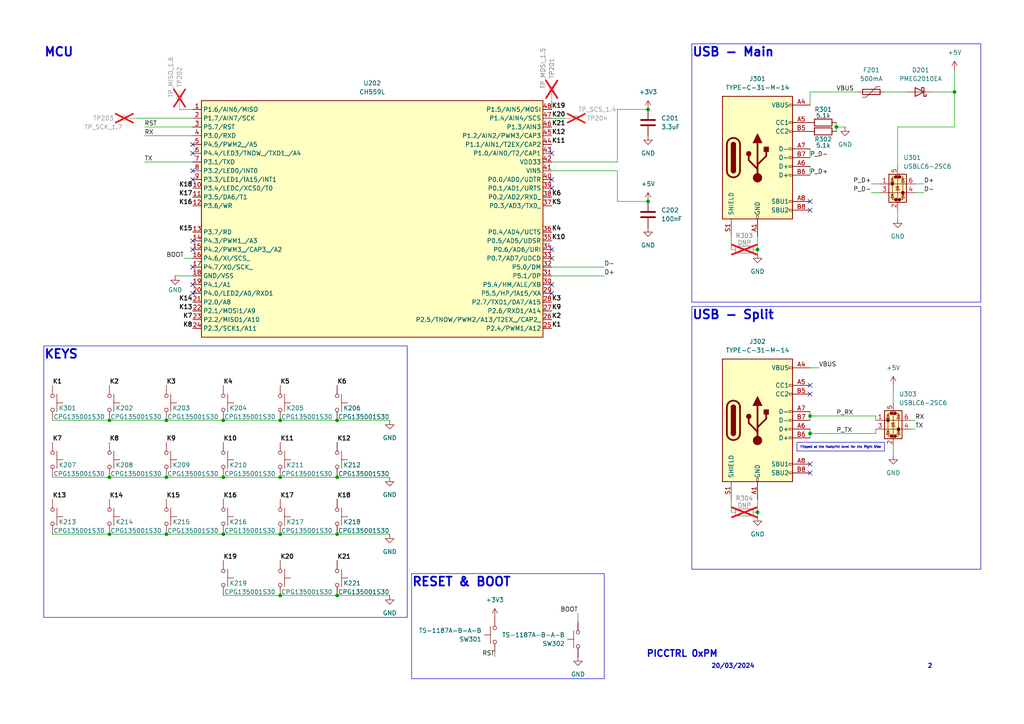
<source format=kicad_sch>
(kicad_sch (version 20231120) (generator "eeschema") (generator_version "8.0")
  (paper "A4")
  (lib_symbols
    (symbol "Connector:TestPoint" (pin_numbers hide) (pin_names (offset 0.762) hide)
      (property "Reference" "TP" (at 0 6.858 0))
      (property "Value" "TestPoint" (at 0 5.08 0))
      (symbol "TestPoint_0_1"
        (circle (center 0 3.302) (radius 0.762))
      )
      (symbol "TestPoint_1_1"
        (pin passive line (at 0 0 90) (length 2.54) (name "1") (number "1"))
      )
    )
    (symbol "Connector:USB_C_Receptacle_USB2.0_16P" (pin_names (offset 1.016))
      (property "Reference" "J" (at 0 22.225 0))
      (property "Value" "USB_C_Receptacle_USB2.0_16P" (at 0 19.685 0))
      (symbol "USB_C_Receptacle_USB2.0_16P_0_0"
        (rectangle (start -0.254 -17.78) (end 0.254 -16.764))
        (rectangle (start 10.16 -14.986) (end 9.144 -15.494))
        (rectangle (start 10.16 -12.446) (end 9.144 -12.954))
        (rectangle (start 10.16 -4.826) (end 9.144 -5.334))
        (rectangle (start 10.16 -2.286) (end 9.144 -2.794))
        (rectangle (start 10.16 0.254) (end 9.144 -0.254))
        (rectangle (start 10.16 2.794) (end 9.144 2.286))
        (rectangle (start 10.16 7.874) (end 9.144 7.366))
        (rectangle (start 10.16 10.414) (end 9.144 9.906))
        (rectangle (start 10.16 15.494) (end 9.144 14.986))
      )
      (symbol "USB_C_Receptacle_USB2.0_16P_0_1"
        (rectangle (start -10.16 17.78) (end 10.16 -17.78) (stroke (width 0.254)) (fill (type background)))
        (arc (start -8.89 -3.81) (mid -6.985 -5.7067) (end -5.08 -3.81) (stroke (width 0.508)))
        (arc (start -7.62 -3.81) (mid -6.985 -4.4423) (end -6.35 -3.81) (stroke (width 0.254)))
        (arc (start -7.62 -3.81) (mid -6.985 -4.4423) (end -6.35 -3.81) (stroke (width 0.254)) (fill (type outline)))
        (rectangle (start -7.62 -3.81) (end -6.35 3.81) (stroke (width 0.254)) (fill (type outline)))
        (arc (start -6.35 3.81) (mid -6.985 4.4423) (end -7.62 3.81) (stroke (width 0.254)))
        (arc (start -6.35 3.81) (mid -6.985 4.4423) (end -7.62 3.81) (stroke (width 0.254)) (fill (type outline)))
        (arc (start -5.08 3.81) (mid -6.985 5.7067) (end -8.89 3.81) (stroke (width 0.508)))
        (circle (center -2.54 1.143) (radius 0.635) (stroke (width 0.254)) (fill (type outline)))
        (circle (center 0 -5.842) (radius 1.27) (fill (type outline)))
        (polyline (pts (xy -8.89 -3.81) (xy -8.89 3.81)) (stroke (width 0.508)))
        (polyline (pts (xy -5.08 3.81) (xy -5.08 -3.81)) (stroke (width 0.508)))
        (polyline (pts (xy 0 -5.842) (xy 0 4.318)) (stroke (width 0.508)))
        (polyline (pts (xy 0 -3.302) (xy -2.54 -0.762) (xy -2.54 0.508)) (stroke (width 0.508)))
        (polyline (pts (xy 0 -2.032) (xy 2.54 0.508) (xy 2.54 1.778)) (stroke (width 0.508)))
        (polyline (pts (xy -1.27 4.318) (xy 0 6.858) (xy 1.27 4.318) (xy -1.27 4.318)) (stroke (width 0.254)) (fill (type outline)))
        (rectangle (start 1.905 1.778) (end 3.175 3.048) (stroke (width 0.254)) (fill (type outline)))
      )
      (symbol "USB_C_Receptacle_USB2.0_16P_1_1"
        (pin passive line (at 0 -22.86 90) (length 5.08) (name "GND") (number "A1"))
        (pin passive line (at 0 -22.86 90) (length 5.08) hide (name "GND") (number "A12"))
        (pin passive line (at 15.24 15.24 180) (length 5.08) (name "VBUS") (number "A4"))
        (pin bidirectional line (at 15.24 10.16 180) (length 5.08) (name "CC1") (number "A5"))
        (pin bidirectional line (at 15.24 -2.54 180) (length 5.08) (name "D+") (number "A6"))
        (pin bidirectional line (at 15.24 2.54 180) (length 5.08) (name "D-") (number "A7"))
        (pin bidirectional line (at 15.24 -12.7 180) (length 5.08) (name "SBU1") (number "A8"))
        (pin passive line (at 15.24 15.24 180) (length 5.08) hide (name "VBUS") (number "A9"))
        (pin passive line (at 0 -22.86 90) (length 5.08) hide (name "GND") (number "B1"))
        (pin passive line (at 0 -22.86 90) (length 5.08) hide (name "GND") (number "B12"))
        (pin passive line (at 15.24 15.24 180) (length 5.08) hide (name "VBUS") (number "B4"))
        (pin bidirectional line (at 15.24 7.62 180) (length 5.08) (name "CC2") (number "B5"))
        (pin bidirectional line (at 15.24 -5.08 180) (length 5.08) (name "D+") (number "B6"))
        (pin bidirectional line (at 15.24 0 180) (length 5.08) (name "D-") (number "B7"))
        (pin bidirectional line (at 15.24 -15.24 180) (length 5.08) (name "SBU2") (number "B8"))
        (pin passive line (at 15.24 15.24 180) (length 5.08) hide (name "VBUS") (number "B9"))
        (pin passive line (at -7.62 -22.86 90) (length 5.08) (name "SHIELD") (number "S1"))
      )
    )
    (symbol "Device:C" (pin_numbers hide) (pin_names (offset 0.254))
      (property "Reference" "C" (at 0.635 2.54 0))
      (property "Value" "C" (at 0.635 -2.54 0))
      (symbol "C_0_1"
        (polyline (pts (xy -2.032 -0.762) (xy 2.032 -0.762)) (stroke (width 0.508)))
        (polyline (pts (xy -2.032 0.762) (xy 2.032 0.762)) (stroke (width 0.508)))
      )
      (symbol "C_1_1"
        (pin passive line (at 0 3.81 270) (length 2.794) (name "~") (number "1"))
        (pin passive line (at 0 -3.81 90) (length 2.794) (name "~") (number "2"))
      )
    )
    (symbol "Device:D_Schottky" (pin_numbers hide) (pin_names (offset 1.016) hide)
      (property "Reference" "D" (at 0 2.54 0))
      (property "Value" "D_Schottky" (at 0 -2.54 0))
      (symbol "D_Schottky_0_1"
        (polyline (pts (xy 1.27 0) (xy -1.27 0)))
        (polyline (pts (xy 1.27 1.27) (xy 1.27 -1.27) (xy -1.27 0) (xy 1.27 1.27)) (stroke (width 0.254)))
        (polyline (pts (xy -1.905 0.635) (xy -1.905 1.27) (xy -1.27 1.27) (xy -1.27 -1.27) (xy -0.635 -1.27) (xy -0.635 -0.635)) (stroke (width 0.254)))
      )
      (symbol "D_Schottky_1_1"
        (pin passive line (at -3.81 0 0) (length 2.54) (name "K") (number "1"))
        (pin passive line (at 3.81 0 180) (length 2.54) (name "A") (number "2"))
      )
    )
    (symbol "Device:Polyfuse" (pin_numbers hide) (pin_names (offset 0))
      (property "Reference" "F" (at -2.54 0 90))
      (property "Value" "Polyfuse" (at 2.54 0 90))
      (symbol "Polyfuse_0_1"
        (rectangle (start -0.762 2.54) (end 0.762 -2.54) (stroke (width 0.254)))
        (polyline (pts (xy 0 2.54) (xy 0 -2.54)))
        (polyline (pts (xy -1.524 2.54) (xy -1.524 1.524) (xy 1.524 -1.524) (xy 1.524 -2.54)))
      )
      (symbol "Polyfuse_1_1"
        (pin passive line (at 0 3.81 270) (length 1.27) (name "~") (number "1"))
        (pin passive line (at 0 -3.81 90) (length 1.27) (name "~") (number "2"))
      )
    )
    (symbol "Device:R" (pin_numbers hide) (pin_names (offset 0))
      (property "Reference" "R" (at 2.032 0 90))
      (property "Value" "R" (at 0 0 90))
      (symbol "R_0_1"
        (rectangle (start -1.016 -2.54) (end 1.016 2.54) (stroke (width 0.254)))
      )
      (symbol "R_1_1"
        (pin passive line (at 0 3.81 270) (length 1.27) (name "~") (number "1"))
        (pin passive line (at 0 -3.81 90) (length 1.27) (name "~") (number "2"))
      )
    )
    (symbol "Power_Protection:USBLC6-2SC6" (pin_names hide)
      (property "Reference" "U" (at 0.635 5.715 0))
      (property "Value" "USBLC6-2SC6" (at 0.635 3.81 0))
      (symbol "USBLC6-2SC6_0_0"
        (circle (center -1.524 0) (radius 0.0001) (stroke (width 0.508)))
        (circle (center -0.508 -4.572) (radius 0.0001) (stroke (width 0.508)))
        (circle (center -0.508 2.032) (radius 0.0001) (stroke (width 0.508)))
        (circle (center 0.508 -4.572) (radius 0.0001) (stroke (width 0.508)))
        (circle (center 0.508 2.032) (radius 0.0001) (stroke (width 0.508)))
        (circle (center 1.524 -2.54) (radius 0.0001) (stroke (width 0.508)))
      )
      (symbol "USBLC6-2SC6_0_1"
        (polyline (pts (xy -2.54 -2.54) (xy 2.54 -2.54)))
        (polyline (pts (xy -2.54 0) (xy 2.54 0)))
        (polyline (pts (xy -2.032 -3.048) (xy -1.016 -3.048)))
        (polyline (pts (xy -1.016 1.524) (xy -2.032 1.524)))
        (polyline (pts (xy 1.016 -3.048) (xy 2.032 -3.048)))
        (polyline (pts (xy 1.016 1.524) (xy 2.032 1.524)))
        (polyline (pts (xy -0.508 -1.143) (xy -0.508 -0.762) (xy 0.508 -0.762)))
        (polyline (pts (xy -2.032 0.508) (xy -1.016 0.508) (xy -1.524 1.524) (xy -2.032 0.508)))
        (polyline (pts (xy -1.016 -4.064) (xy -2.032 -4.064) (xy -1.524 -3.048) (xy -1.016 -4.064)))
        (polyline (pts (xy 0.508 -1.778) (xy -0.508 -1.778) (xy 0 -0.762) (xy 0.508 -1.778)))
        (polyline (pts (xy 2.032 -4.064) (xy 1.016 -4.064) (xy 1.524 -3.048) (xy 2.032 -4.064)))
        (polyline (pts (xy 2.032 0.508) (xy 1.016 0.508) (xy 1.524 1.524) (xy 2.032 0.508)))
        (polyline (pts (xy 0 2.54) (xy -0.508 2.032) (xy 0.508 2.032) (xy 0 1.524) (xy 0 -4.064) (xy -0.508 -4.572) (xy 0.508 -4.572) (xy 0 -5.08)))
      )
      (symbol "USBLC6-2SC6_1_1"
        (rectangle (start -2.54 2.794) (end 2.54 -5.334) (stroke (width 0.254)) (fill (type background)))
        (polyline (pts (xy -0.508 2.032) (xy -1.524 2.032) (xy -1.524 -4.572) (xy -0.508 -4.572)))
        (polyline (pts (xy 0.508 -4.572) (xy 1.524 -4.572) (xy 1.524 2.032) (xy 0.508 2.032)))
        (pin passive line (at -5.08 0 0) (length 2.54) (name "I/O1") (number "1"))
        (pin passive line (at 0 -7.62 90) (length 2.54) (name "GND") (number "2"))
        (pin passive line (at -5.08 -2.54 0) (length 2.54) (name "I/O2") (number "3"))
        (pin passive line (at 5.08 -2.54 180) (length 2.54) (name "I/O2") (number "4"))
        (pin passive line (at 0 5.08 270) (length 2.54) (name "VBUS") (number "5"))
        (pin passive line (at 5.08 0 180) (length 2.54) (name "I/O1") (number "6"))
      )
    )
    (symbol "Switch:SW_Push" (pin_numbers hide) (pin_names (offset 1.016) hide)
      (property "Reference" "SW" (at 1.27 2.54 0))
      (property "Value" "SW_Push" (at 0 -1.524 0))
      (symbol "SW_Push_0_1"
        (circle (center -2.032 0) (radius 0.508))
        (polyline (pts (xy 0 1.27) (xy 0 3.048)))
        (polyline (pts (xy 2.54 1.27) (xy -2.54 1.27)))
        (circle (center 2.032 0) (radius 0.508))
        (pin passive line (at -5.08 0 0) (length 2.54) (name "1") (number "1"))
        (pin passive line (at 5.08 0 180) (length 2.54) (name "2") (number "2"))
      )
    )
    (symbol "picctrl:CH559L"
      (property "Reference" "U" (at 0 0 0))
      (property "Value" "CH559L" (at 0.254 -2.794 0))
      (symbol "CH559L_0_1"
        (rectangle (start -49.53 34.29) (end 49.53 -34.29) (stroke (width 0.254)) (fill (type background)))
      )
      (symbol "CH559L_1_1"
        (pin bidirectional line (at -52.07 31.75 0) (length 2.54) (name "P1.6/AIN6/MISO") (number "1"))
        (pin bidirectional line (at -52.07 8.89 0) (length 2.54) (name "P3.4/LEDC/XCS0/T0") (number "10"))
        (pin bidirectional line (at -52.07 6.35 0) (length 2.54) (name "P3.5/DA6/T1") (number "11"))
        (pin bidirectional line (at -52.07 3.81 0) (length 2.54) (name "P3.6/WR") (number "12"))
        (pin bidirectional line (at -52.07 -3.81 0) (length 2.54) (name "P3.7/RD") (number "13"))
        (pin bidirectional line (at -52.07 -6.35 0) (length 2.54) (name "P4.3/PWM1_/A3") (number "14"))
        (pin bidirectional line (at -52.07 -8.89 0) (length 2.54) (name "P4.2/PWM3_/CAP3_/A2") (number "15"))
        (pin bidirectional line (at -52.07 -11.43 0) (length 2.54) (name "P4.6/XI/SCS_") (number "16"))
        (pin bidirectional line (at -52.07 -13.97 0) (length 2.54) (name "P4.7/XO/SCK_") (number "17"))
        (pin power_in line (at -52.07 -16.51 0) (length 2.54) (name "GND/VSS") (number "18"))
        (pin bidirectional line (at -52.07 -19.05 0) (length 2.54) (name "P4.1/A1") (number "19"))
        (pin bidirectional line (at -52.07 29.21 0) (length 2.54) (name "P1.7/AIN7/SCK") (number "2"))
        (pin bidirectional line (at -52.07 -21.59 0) (length 2.54) (name "P4.0/LED2/A0/RXD1") (number "20"))
        (pin bidirectional line (at -52.07 -24.13 0) (length 2.54) (name "P2.0/A8") (number "21"))
        (pin bidirectional line (at -52.07 -26.67 0) (length 2.54) (name "P2.1/MOSI1/A9") (number "22"))
        (pin bidirectional line (at -52.07 -29.21 0) (length 2.54) (name "P2.2/MISO1/A10") (number "23"))
        (pin bidirectional line (at -52.07 -31.75 0) (length 2.54) (name "P2.3/SCK1/A11") (number "24"))
        (pin bidirectional line (at 52.07 -31.75 180) (length 2.54) (name "P2.4/PWM1/A12") (number "25"))
        (pin bidirectional line (at 52.07 -29.21 180) (length 2.54) (name "P2.5/TNOW/PWM2/A13/T2EX_/CAP2_") (number "26"))
        (pin bidirectional line (at 52.07 -26.67 180) (length 2.54) (name "P2.6/RXD1/A14") (number "27"))
        (pin bidirectional line (at 52.07 -24.13 180) (length 2.54) (name "P2.7/TXD1/DA7/A15") (number "28"))
        (pin bidirectional line (at 52.07 -21.59 180) (length 2.54) (name "P5.5/HP/!A15/XA") (number "29"))
        (pin bidirectional line (at -52.07 26.67 0) (length 2.54) (name "P5.7/RST") (number "3"))
        (pin bidirectional line (at 52.07 -19.05 180) (length 2.54) (name "P5.4/HM/ALE/XB") (number "30"))
        (pin bidirectional line (at 52.07 -16.51 180) (length 2.54) (name "P5.1/DP") (number "31"))
        (pin bidirectional line (at 52.07 -13.97 180) (length 2.54) (name "P5.0/DM") (number "32"))
        (pin bidirectional line (at 52.07 -11.43 180) (length 2.54) (name "P0.7/AD7/UDCD") (number "33"))
        (pin bidirectional line (at 52.07 -8.89 180) (length 2.54) (name "P0.6/AD6/URI") (number "34"))
        (pin bidirectional line (at 52.07 -6.35 180) (length 2.54) (name "P0.5/AD5/UDSR") (number "35"))
        (pin bidirectional line (at 52.07 -3.81 180) (length 2.54) (name "P0.4/AD4/UCTS") (number "36"))
        (pin bidirectional line (at 52.07 3.81 180) (length 2.54) (name "P0.3/AD3/TXD_") (number "37"))
        (pin bidirectional line (at 52.07 6.35 180) (length 2.54) (name "P0.2/AD2/RXD_") (number "38"))
        (pin bidirectional line (at 52.07 8.89 180) (length 2.54) (name "P0.1/AD1/URTS") (number "39"))
        (pin bidirectional line (at -52.07 24.13 0) (length 2.54) (name "P3.0/RXD") (number "4"))
        (pin bidirectional line (at 52.07 11.43 180) (length 2.54) (name "P0.0/AD0/UDTR") (number "40"))
        (pin power_in line (at 52.07 13.97 180) (length 2.54) (name "VIN5") (number "41"))
        (pin power_out line (at 52.07 16.51 180) (length 2.54) (name "VDD33") (number "42"))
        (pin bidirectional line (at 52.07 19.05 180) (length 2.54) (name "P1.0/AIN0/T2/CAP1") (number "43"))
        (pin bidirectional line (at 52.07 21.59 180) (length 2.54) (name "P1.1/AIN1/T2EX/CAP2") (number "44"))
        (pin bidirectional line (at 52.07 24.13 180) (length 2.54) (name "P1.2/AIN2/PWM3/CAP3") (number "45"))
        (pin bidirectional line (at 52.07 26.67 180) (length 2.54) (name "P1.3/AIN3") (number "46"))
        (pin bidirectional line (at 52.07 29.21 180) (length 2.54) (name "P1.4/AIN4/SCS") (number "47"))
        (pin bidirectional line (at 52.07 31.75 180) (length 2.54) (name "P1.5/AIN5/MOSI") (number "48"))
        (pin bidirectional line (at -52.07 21.59 0) (length 2.54) (name "P4.5/PWM2_/A5") (number "5"))
        (pin bidirectional line (at -52.07 19.05 0) (length 2.54) (name "P4.4/LED3/TNOW_/TXD1_/A4") (number "6"))
        (pin bidirectional line (at -52.07 16.51 0) (length 2.54) (name "P3.1/TXD") (number "7"))
        (pin bidirectional line (at -52.07 13.97 0) (length 2.54) (name "P3.2/LED0/INT0") (number "8"))
        (pin bidirectional line (at -52.07 11.43 0) (length 2.54) (name "P3.3/LED1/!A15/INT1") (number "9"))
      )
    )
    (symbol "power:+3V3" (power) (pin_numbers hide) (pin_names (offset 0) hide)
      (property "Value" "+3V3" (at 0 3.556 0))
      (symbol "+3V3_0_1"
        (polyline (pts (xy -0.762 1.27) (xy 0 2.54)))
        (polyline (pts (xy 0 0) (xy 0 2.54)))
        (polyline (pts (xy 0 2.54) (xy 0.762 1.27)))
      )
      (symbol "+3V3_1_1"
        (pin power_in line (at 0 0 90) (length 0) (name "~") (number "1"))
      )
    )
    (symbol "power:+5V" (power) (pin_numbers hide) (pin_names (offset 0) hide)
      (property "Value" "+5V" (at 0 3.556 0))
      (symbol "+5V_0_1"
        (polyline (pts (xy -0.762 1.27) (xy 0 2.54)))
        (polyline (pts (xy 0 0) (xy 0 2.54)))
        (polyline (pts (xy 0 2.54) (xy 0.762 1.27)))
      )
      (symbol "+5V_1_1"
        (pin power_in line (at 0 0 90) (length 0) (name "~") (number "1"))
      )
    )
    (symbol "power:GND" (power) (pin_numbers hide) (pin_names (offset 0) hide)
      (property "Value" "GND" (at 0 -3.81 0))
      (symbol "GND_0_1"
        (polyline (pts (xy 0 0) (xy 0 -1.27) (xy 1.27 -1.27) (xy 0 -2.54) (xy -1.27 -1.27) (xy 0 -1.27)))
      )
      (symbol "GND_1_1"
        (pin power_in line (at 0 0 270) (length 0) (name "~") (number "1"))
      )
    )
  )
  (junction (at 48.26 121.92))
  (junction (at 64.77 121.92))
  (junction (at 97.79 154.94))
  (junction (at 97.79 121.92))
  (junction (at 81.28 154.94))
  (junction (at 48.26 138.43))
  (junction (at 64.77 154.94))
  (junction (at 97.79 172.72))
  (junction (at 81.28 172.72))
  (junction (at 81.28 121.92))
  (junction (at 276.86 26.67))
  (junction (at 234.95 120.65))
  (junction (at 31.75 154.94))
  (junction (at 81.28 138.43))
  (junction (at 48.26 154.94))
  (junction (at 64.77 138.43))
  (junction (at 219.71 72.39))
  (junction (at 187.96 31.75))
  (junction (at 31.75 121.92))
  (junction (at 97.79 138.43))
  (junction (at 31.75 138.43))
  (junction (at 234.95 125.73))
  (junction (at 187.96 58.42))
  (junction (at 242.57 36.83))
  (junction (at 219.71 148.59))
  (no_connect (at 55.88 52.07))
  (no_connect (at 55.88 72.39))
  (no_connect (at 160.02 52.07))
  (no_connect (at 55.88 49.53))
  (no_connect (at 160.02 74.93))
  (no_connect (at 234.95 60.96))
  (no_connect (at 234.95 137.16))
  (no_connect (at 160.02 72.39))
  (no_connect (at 234.95 134.62))
  (no_connect (at 55.88 77.47))
  (no_connect (at 160.02 54.61))
  (no_connect (at 55.88 41.91))
  (no_connect (at 55.88 85.09))
  (no_connect (at 160.02 85.09))
  (no_connect (at 234.95 58.42))
  (no_connect (at 55.88 44.45))
  (no_connect (at 160.02 82.55))
  (no_connect (at 234.95 114.3))
  (no_connect (at 55.88 82.55))
  (no_connect (at 55.88 69.85))
  (no_connect (at 234.95 111.76))
  (no_connect (at 160.02 44.45))
  (wire (pts (xy 252.73 55.88) (xy 255.27 55.88)))
  (wire (pts (xy 48.26 121.92) (xy 64.77 121.92)))
  (wire (pts (xy 160.02 77.47) (xy 175.26 77.47)))
  (wire (pts (xy 15.24 138.43) (xy 31.75 138.43)))
  (wire (pts (xy 50.8 80.01) (xy 55.88 80.01)))
  (wire (pts (xy 163.83 34.29) (xy 160.02 34.29)))
  (wire (pts (xy 219.71 73.66) (xy 219.71 72.39)))
  (wire (pts (xy 265.43 124.46) (xy 264.16 124.46)))
  (wire (pts (xy 160.02 80.01) (xy 175.26 80.01)))
  (wire (pts (xy 81.28 121.92) (xy 97.79 121.92)))
  (wire (pts (xy 259.08 129.54) (xy 259.08 132.08)))
  (wire (pts (xy 179.07 58.42) (xy 179.07 49.53)))
  (wire (pts (xy 267.97 53.34) (xy 265.43 53.34)))
  (wire (pts (xy 97.79 154.94) (xy 113.03 154.94)))
  (wire (pts (xy 41.91 36.83) (xy 55.88 36.83)))
  (wire (pts (xy 31.75 154.94) (xy 48.26 154.94)))
  (wire (pts (xy 15.24 121.92) (xy 31.75 121.92)))
  (wire (pts (xy 260.35 36.83) (xy 260.35 48.26)))
  (wire (pts (xy 64.77 172.72) (xy 81.28 172.72)))
  (wire (pts (xy 143.51 190.5) (xy 143.51 189.23)))
  (wire (pts (xy 234.95 125.73) (xy 254 125.73)))
  (wire (pts (xy 52.07 31.75) (xy 55.88 31.75)))
  (wire (pts (xy 254 120.65) (xy 254 121.92)))
  (wire (pts (xy 48.26 138.43) (xy 64.77 138.43)))
  (wire (pts (xy 160.02 29.21) (xy 160.02 31.75)))
  (wire (pts (xy 270.51 26.67) (xy 276.86 26.67)))
  (wire (pts (xy 234.95 120.65) (xy 254 120.65)))
  (wire (pts (xy 179.07 31.75) (xy 187.96 31.75)))
  (wire (pts (xy 179.07 46.99) (xy 160.02 46.99)))
  (wire (pts (xy 97.79 172.72) (xy 113.03 172.72)))
  (wire (pts (xy 245.11 36.83) (xy 242.57 36.83)))
  (wire (pts (xy 64.77 121.92) (xy 81.28 121.92)))
  (wire (pts (xy 276.86 26.67) (xy 276.86 36.83)))
  (wire (pts (xy 276.86 36.83) (xy 260.35 36.83)))
  (wire (pts (xy 254 125.73) (xy 254 124.46)))
  (wire (pts (xy 234.95 120.65) (xy 234.95 121.92)))
  (wire (pts (xy 48.26 154.94) (xy 64.77 154.94)))
  (wire (pts (xy 252.73 53.34) (xy 255.27 53.34)))
  (wire (pts (xy 242.57 38.1) (xy 242.57 36.83)))
  (wire (pts (xy 276.86 20.32) (xy 276.86 26.67)))
  (wire (pts (xy 212.09 148.59) (xy 212.09 144.78)))
  (wire (pts (xy 179.07 49.53) (xy 160.02 49.53)))
  (wire (pts (xy 39.37 34.29) (xy 55.88 34.29)))
  (wire (pts (xy 41.91 46.99) (xy 55.88 46.99)))
  (wire (pts (xy 242.57 36.83) (xy 242.57 35.56)))
  (wire (pts (xy 97.79 138.43) (xy 113.03 138.43)))
  (wire (pts (xy 31.75 121.92) (xy 48.26 121.92)))
  (wire (pts (xy 234.95 26.67) (xy 248.92 26.67)))
  (wire (pts (xy 179.07 31.75) (xy 179.07 46.99)))
  (wire (pts (xy 212.09 72.39) (xy 212.09 68.58)))
  (wire (pts (xy 97.79 121.92) (xy 113.03 121.92)))
  (wire (pts (xy 41.91 39.37) (xy 55.88 39.37)))
  (wire (pts (xy 64.77 138.43) (xy 81.28 138.43)))
  (wire (pts (xy 31.75 138.43) (xy 48.26 138.43)))
  (wire (pts (xy 64.77 154.94) (xy 81.28 154.94)))
  (wire (pts (xy 15.24 154.94) (xy 31.75 154.94)))
  (wire (pts (xy 234.95 125.73) (xy 234.95 127)))
  (wire (pts (xy 256.54 26.67) (xy 262.89 26.67)))
  (wire (pts (xy 260.35 60.96) (xy 260.35 63.5)))
  (wire (pts (xy 237.49 106.68) (xy 234.95 106.68)))
  (wire (pts (xy 81.28 172.72) (xy 97.79 172.72)))
  (wire (pts (xy 219.71 144.78) (xy 219.71 148.59)))
  (wire (pts (xy 234.95 119.38) (xy 234.95 120.65)))
  (wire (pts (xy 267.97 55.88) (xy 265.43 55.88)))
  (wire (pts (xy 219.71 68.58) (xy 219.71 72.39)))
  (wire (pts (xy 259.08 111.76) (xy 259.08 116.84)))
  (wire (pts (xy 81.28 138.43) (xy 97.79 138.43)))
  (wire (pts (xy 265.43 121.92) (xy 264.16 121.92)))
  (wire (pts (xy 179.07 58.42) (xy 187.96 58.42)))
  (wire (pts (xy 234.95 43.18) (xy 234.95 45.72)))
  (wire (pts (xy 167.64 180.34) (xy 167.64 177.8)))
  (wire (pts (xy 81.28 154.94) (xy 97.79 154.94)))
  (wire (pts (xy 234.95 124.46) (xy 234.95 125.73)))
  (wire (pts (xy 53.34 74.93) (xy 55.88 74.93)))
  (wire (pts (xy 234.95 26.67) (xy 234.95 30.48)))
  (wire (pts (xy 219.71 149.86) (xy 219.71 148.59)))
  (wire (pts (xy 234.95 48.26) (xy 234.95 50.8)))
  (rectangle (start 200.66 88.9) (end 284.48 165.1))
  (rectangle (start 119.38 166.37) (end 175.26 196.85))
  (rectangle (start 200.66 12.7) (end 284.48 87.63))
  (rectangle (start 12.7 100.33) (end 118.11 179.07))
  (text_box "Flipped at the footprint level for the Right Side" (at 231.14 128.27 0) (size 25.4 2.54) (fill (type color)) (effects (font (size 0.635 0.635))))
  (text "MCU" (at 12.7 15.24 0) (effects (font (size 2.54 2.54) (thickness 0.508) (bold yes)) (justify left)))
  (text "KEYS" (at 12.7 102.87 0) (effects (font (size 2.54 2.54) (thickness 0.508) (bold yes)) (justify left)))
  (text "2" (at 269.748 193.294 0) (effects (font (size 1.27 1.27) (bold yes))))
  (text "PICCTRL 0xPM" (at 197.866 189.738 0) (effects (font (size 1.905 1.905) (bold yes))))
  (text "RESET & BOOT" (at 119.38 168.91 0) (effects (font (size 2.54 2.54) (thickness 0.508) (bold yes)) (justify left)))
  (text "USB - Main" (at 200.66 15.24 0) (effects (font (size 2.54 2.54) (thickness 0.508) (bold yes)) (justify left)))
  (text "20/03/2024" (at 212.598 193.294 0) (effects (font (size 1.27 1.27) (bold yes))))
  (text "USB - Split" (at 200.66 91.44 0) (effects (font (size 2.54 2.54) (thickness 0.508) (bold yes)) (justify left)))
  (label "P_D-" (at 252.73 55.88 180))
  (label "K1" (at 160.02 95.25 0) (effects (font (bold yes))))
  (label "K9" (at 48.26 128.27 0) (effects (font (bold yes))))
  (label "RX" (at 41.91 39.37 0))
  (label "VBUS" (at 237.49 106.68 0))
  (label "P_D+" (at 234.95 50.8 0))
  (label "K10" (at 64.77 128.27 0) (effects (font (bold yes))))
  (label "P_RX" (at 242.57 120.65 0))
  (label "K8" (at 55.88 95.25 180) (effects (font (bold yes))))
  (label "K20" (at 81.28 162.56 0) (effects (font (bold yes))))
  (label "K4" (at 160.02 67.31 0) (effects (font (bold yes))))
  (label "D-" (at 267.97 55.88 0))
  (label "VBUS" (at 242.57 26.67 0))
  (label "K19" (at 64.77 162.56 0) (effects (font (bold yes))))
  (label "K21" (at 160.02 36.83 0) (effects (font (bold yes))))
  (label "K13" (at 15.24 144.78 0) (effects (font (bold yes))))
  (label "K11" (at 81.28 128.27 0) (effects (font (bold yes))))
  (label "K7" (at 15.24 128.27 0) (effects (font (bold yes))))
  (label "K13" (at 55.88 90.17 180) (effects (font (bold yes))))
  (label "K6" (at 160.02 57.15 0) (effects (font (bold yes))))
  (label "K12" (at 97.79 128.27 0) (effects (font (bold yes))))
  (label "K14" (at 55.88 87.63 180) (effects (font (bold yes))))
  (label "K16" (at 64.77 144.78 0) (effects (font (bold yes))))
  (label "K3" (at 160.02 87.63 0) (effects (font (bold yes))))
  (label "K14" (at 31.75 144.78 0) (effects (font (bold yes))))
  (label "K2" (at 31.75 111.76 0) (effects (font (bold yes))))
  (label "K20" (at 160.02 34.29 0) (effects (font (bold yes))))
  (label "RST" (at 41.91 36.83 0))
  (label "K21" (at 97.79 162.56 0) (effects (font (bold yes))))
  (label "P_TX" (at 242.57 125.73 0))
  (label "K2" (at 160.02 92.71 0) (effects (font (bold yes))))
  (label "K10" (at 160.02 69.85 0) (effects (font (bold yes))))
  (label "TX" (at 265.43 124.46 0))
  (label "K18" (at 55.88 54.61 180) (effects (font (bold yes))))
  (label "RST" (at 143.51 190.5 180))
  (label "P_D+" (at 252.73 53.34 180))
  (label "D-" (at 175.26 77.47 0))
  (label "BOOT" (at 53.34 74.93 180))
  (label "K8" (at 31.75 128.27 0) (effects (font (bold yes))))
  (label "K11" (at 160.02 41.91 0) (effects (font (bold yes))))
  (label "K5" (at 160.02 59.69 0) (effects (font (bold yes))))
  (label "K1" (at 15.24 111.76 0) (effects (font (bold yes))))
  (label "K17" (at 55.88 57.15 180) (effects (font (bold yes))))
  (label "K9" (at 160.02 90.17 0) (effects (font (bold yes))))
  (label "K3" (at 48.26 111.76 0) (effects (font (bold yes))))
  (label "K16" (at 55.88 59.69 180) (effects (font (bold yes))))
  (label "D+" (at 267.97 53.34 0))
  (label "P_D-" (at 234.95 45.72 0))
  (label "D+" (at 175.26 80.01 0))
  (label "K19" (at 160.02 31.75 0) (effects (font (bold yes))))
  (label "K15" (at 48.26 144.78 0) (effects (font (bold yes))))
  (label "K17" (at 81.28 144.78 0) (effects (font (bold yes))))
  (label "K7" (at 55.88 92.71 180) (effects (font (bold yes))))
  (label "K5" (at 81.28 111.76 0) (effects (font (bold yes))))
  (label "TX" (at 41.91 46.99 0))
  (label "BOOT" (at 167.64 177.8 180))
  (label "K18" (at 97.79 144.78 0) (effects (font (bold yes))))
  (label "K12" (at 160.02 39.37 0) (effects (font (bold yes))))
  (label "K4" (at 64.77 111.76 0) (effects (font (bold yes))))
  (label "K6" (at 97.79 111.76 0) (effects (font (bold yes))))
  (label "RX" (at 265.43 121.92 0))
  (label "K15" (at 55.88 67.31 180) (effects (font (bold yes))))
  (symbol (lib_id "Connector:TestPoint") (at 160.02 29.21 0) (unit 1) (dnp yes)
    (property "Reference" "TP201" (at 160.02 19.812 90))
    (property "Value" "TP_MOSI_1.5" (at 157.48 19.812 90))
    (property "Footprint" "TestPoint:TestPoint_Pad_1.0x1.0mm" (effects (hide yes)))
    (property "Description" "test point" (effects (hide yes)))
    (instances (project "0xLM" (path "" (reference "TP201") (unit 1)) (path "" (reference "TP301") (unit 1))))
  )
  (symbol (lib_id "Switch:SW_Push") (at 31.75 149.86 270) (unit 1)
    (property "Reference" "K214" (at 33.528 151.384 90) (effects (justify left)))
    (property "Value" "CPG135001S30" (at 32.004 153.924 90) (effects (justify left)))
    (property "Footprint" "picctrl:SW_Hotswap_Kailh_Choc_V1_1.00u" (effects (hide yes)))
    (property "Description" "Push button switch, generic, two pins" (effects (hide yes)))
    (property "JLCPCB Part #" "C5333465" (effects (hide yes)))
    (property "JLCPCB Position Offset" "2.5,-4.85" (effects (hide yes)))
    (property "JLCPCB Rotation Offset" "180" (effects (hide yes)))
    (instances (project "0xLM" (path "" (reference "K214") (unit 1)) (path "" (reference "K314") (unit 1))))
  )
  (symbol (lib_id "Switch:SW_Push") (at 31.75 116.84 270) (unit 1)
    (property "Reference" "K202" (at 33.528 118.364 90) (effects (justify left)))
    (property "Value" "CPG135001S30" (at 32.004 120.904 90) (effects (justify left)))
    (property "Footprint" "picctrl:SW_Hotswap_Kailh_Choc_V1_1.00u" (effects (hide yes)))
    (property "Description" "Push button switch, generic, two pins" (effects (hide yes)))
    (property "JLCPCB Part #" "C5333465" (effects (hide yes)))
    (property "JLCPCB Position Offset" "2.5,-4.85" (effects (hide yes)))
    (property "JLCPCB Rotation Offset" "180" (effects (hide yes)))
    (instances (project "0xLM" (path "" (reference "K202") (unit 1)) (path "" (reference "K302") (unit 1))))
  )
  (symbol (lib_id "power:GND") (at 187.96 39.37 0) (unit 1)
    (property "Reference" "#PWR0204" (effects (hide yes)))
    (property "Value" "GND" (at 187.96 44.45 0))
    (property "Description" "Power symbol creates a global label with name \"GND\" , ground" (effects (hide yes)))
    (instances (project "0xLM" (path "" (reference "#PWR0204") (unit 1)) (path "" (reference "#PWR0304") (unit 1))))
  )
  (symbol (lib_id "power:+5V") (at 259.08 111.76 0) (unit 1)
    (property "Reference" "#PWR0310" (effects (hide yes)))
    (property "Value" "+5V" (at 259.08 106.68 0))
    (property "Description" "Power symbol creates a global label with name \"+5V\"" (effects (hide yes)))
    (instances (project "0xLM" (path "" (reference "#PWR0310") (unit 1)) (path "" (reference "#PWR0210") (unit 1))))
  )
  (symbol (lib_id "Device:D_Schottky") (at 266.7 26.67 180) (unit 1)
    (property "Reference" "D201" (at 267.0175 20.32 0))
    (property "Value" "PMEG2010EA" (at 267.0175 22.86 0))
    (property "Footprint" "Diode_SMD:D_SOD-323" (effects (hide yes)))
    (property "Description" "Schottky diode" (effects (hide yes)))
    (property "JLCPCB Part #" "C193668" (effects (hide yes)))
    (instances (project "0xLM" (path "" (reference "D201") (unit 1)) (path "" (reference "D301") (unit 1))))
  )
  (symbol (lib_id "Switch:SW_Push") (at 64.77 149.86 270) (unit 1)
    (property "Reference" "K216" (at 66.548 151.384 90) (effects (justify left)))
    (property "Value" "CPG135001S30" (at 65.024 153.924 90) (effects (justify left)))
    (property "Footprint" "picctrl:SW_Hotswap_Kailh_Choc_V1_1.00u" (effects (hide yes)))
    (property "Description" "Push button switch, generic, two pins" (effects (hide yes)))
    (property "JLCPCB Part #" "C5333465" (effects (hide yes)))
    (property "JLCPCB Position Offset" "2.5,-4.85" (effects (hide yes)))
    (property "JLCPCB Rotation Offset" "180" (effects (hide yes)))
    (instances (project "0xLM" (path "" (reference "K216") (unit 1)) (path "" (reference "K316") (unit 1))))
  )
  (symbol (lib_id "Connector:USB_C_Receptacle_USB2.0_16P") (at 219.71 121.92 0) (unit 1)
    (property "Reference" "J302" (at 219.71 99.06 0))
    (property "Value" "TYPE-C-31-M-14" (at 219.71 101.6 0))
    (property "Footprint" "picctrl:TYPE-C-31-M-14" (effects (hide yes)))
    (property "Datasheet" "https://www.usb.org/sites/default/files/documents/usb_type-c.zip" (effects (hide yes)))
    (property "Description" "USB 2.0-only 16P Type-C Receptacle connector" (effects (hide yes)))
    (property "JLCPCB Position Offset" "0,1.8" (effects (hide yes)))
    (property "JLCPCB Part #" "C223907" (effects (hide yes)))
    (instances (project "0xLM" (path "" (reference "J302") (unit 1)) (path "" (reference "J202") (unit 1))))
  )
  (symbol (lib_id "Switch:SW_Push") (at 167.64 185.42 90) (unit 1)
    (property "Reference" "SW302" (at 163.83 186.6901 90) (effects (justify left)))
    (property "Value" "TS-1187A-B-A-B" (at 163.83 184.1501 90) (effects (justify left)))
    (property "Footprint" "Button_Switch_SMD:SW_Push_1P1T_XKB_TS-1187A" (effects (hide yes)))
    (property "Description" "Push button switch, generic, two pins" (effects (hide yes)))
    (instances (project "0xLM" (path "" (reference "SW302") (unit 1)) (path "" (reference "SW202") (unit 1))))
  )
  (symbol (lib_id "Switch:SW_Push") (at 15.24 116.84 270) (unit 1)
    (property "Reference" "K301" (at 17.018 118.364 90) (effects (justify left)))
    (property "Value" "CPG135001S30" (at 15.494 120.904 90) (effects (justify left)))
    (property "Footprint" "picctrl:SW_Hotswap_Kailh_Choc_V1_1.00u" (effects (hide yes)))
    (property "Description" "Push button switch, generic, two pins" (effects (hide yes)))
    (property "JLCPCB Rotation Offset" "180" (effects (hide yes)))
    (property "JLCPCB Position Offset" "2.5,-4.85" (effects (hide yes)))
    (property "JLCPCB Part #" "C5333465" (effects (hide yes)))
    (instances (project "0xLM" (path "" (reference "K301") (unit 1)) (path "" (reference "K201") (unit 1))))
  )
  (symbol (lib_id "Switch:SW_Push") (at 81.28 167.64 270) (unit 1)
    (property "Reference" "K220" (effects (hide yes)))
    (property "Value" "CPG135001S30" (at 81.534 171.704 90) (effects (justify left)))
    (property "Footprint" "picctrl:SW_Hotswap_Kailh_Choc_V1_1.00u" (effects (hide yes)))
    (property "Description" "Push button switch, generic, two pins" (effects (hide yes)))
    (property "JLCPCB Part #" "C5333465" (effects (hide yes)))
    (property "JLCPCB Position Offset" "2.5,-4.85" (effects (hide yes)))
    (property "JLCPCB Rotation Offset" "180" (effects (hide yes)))
    (instances (project "0xLM" (path "" (reference "K220") (unit 1)) (path "" (reference "K320") (unit 1))))
  )
  (symbol (lib_id "Connector:USB_C_Receptacle_USB2.0_16P") (at 219.71 45.72 0) (unit 1)
    (property "Reference" "J301" (at 219.71 22.86 0))
    (property "Value" "TYPE-C-31-M-14" (at 219.71 25.4 0))
    (property "Footprint" "picctrl:TYPE-C-31-M-14" (effects (hide yes)))
    (property "Datasheet" "https://www.usb.org/sites/default/files/documents/usb_type-c.zip" (effects (hide yes)))
    (property "Description" "USB 2.0-only 16P Type-C Receptacle connector" (effects (hide yes)))
    (property "JLCPCB Position Offset" "0,1.8" (effects (hide yes)))
    (property "JLCPCB Part #" "C223907" (effects (hide yes)))
    (instances (project "0xLM" (path "" (reference "J301") (unit 1)) (path "" (reference "J201") (unit 1))))
  )
  (symbol (lib_id "power:GND") (at 260.35 63.5 0) (unit 1)
    (property "Reference" "#PWR0306" (effects (hide yes)))
    (property "Value" "GND" (at 260.35 68.58 0))
    (property "Description" "Power symbol creates a global label with name \"GND\" , ground" (effects (hide yes)))
    (instances (project "0xLM" (path "" (reference "#PWR0306") (unit 1)) (path "" (reference "#PWR0206") (unit 1))))
  )
  (symbol (lib_id "Device:R") (at 238.76 38.1 270) (unit 1)
    (property "Reference" "R302" (at 238.76 40.386 90))
    (property "Value" "5.1k" (at 238.76 42.164 90))
    (property "Footprint" "Resistor_SMD:R_0805_2012Metric_Pad1.20x1.40mm_HandSolder" (effects (hide yes)))
    (property "Description" "Resistor" (effects (hide yes)))
    (instances (project "0xLM" (path "" (reference "R302") (unit 1)) (path "" (reference "R202") (unit 1))))
  )
  (symbol (lib_id "Switch:SW_Push") (at 97.79 149.86 270) (unit 1)
    (property "Reference" "K218" (at 99.568 151.384 90) (effects (justify left)))
    (property "Value" "CPG135001S30" (at 98.044 153.924 90) (effects (justify left)))
    (property "Footprint" "picctrl:SW_Hotswap_Kailh_Choc_V1_1.00u" (effects (hide yes)))
    (property "Description" "Push button switch, generic, two pins" (effects (hide yes)))
    (property "JLCPCB Part #" "C5333465" (effects (hide yes)))
    (property "JLCPCB Position Offset" "2.5,-4.85" (effects (hide yes)))
    (property "JLCPCB Rotation Offset" "180" (effects (hide yes)))
    (instances (project "0xLM" (path "" (reference "K218") (unit 1)) (path "" (reference "K318") (unit 1))))
  )
  (symbol (lib_id "Switch:SW_Push") (at 15.24 149.86 270) (unit 1)
    (property "Reference" "K213" (at 17.018 151.384 90) (effects (justify left)))
    (property "Value" "CPG135001S30" (at 15.494 153.924 90) (effects (justify left)))
    (property "Footprint" "picctrl:SW_Hotswap_Kailh_Choc_V1_1.00u" (effects (hide yes)))
    (property "Description" "Push button switch, generic, two pins" (effects (hide yes)))
    (property "JLCPCB Part #" "C5333465" (effects (hide yes)))
    (property "JLCPCB Position Offset" "2.5,-4.85" (effects (hide yes)))
    (property "JLCPCB Rotation Offset" "180" (effects (hide yes)))
    (instances (project "0xLM" (path "" (reference "K213") (unit 1)) (path "" (reference "K313") (unit 1))))
  )
  (symbol (lib_id "Device:R") (at 215.9 72.39 90) (unit 1) (dnp yes)
    (property "Reference" "R303" (at 215.9 68.326 90))
    (property "Value" "DNP" (at 215.9 70.358 90))
    (property "Footprint" "Resistor_SMD:R_0805_2012Metric_Pad1.20x1.40mm_HandSolder" (effects (hide yes)))
    (property "Description" "Resistor" (effects (hide yes)))
    (instances (project "0xLM" (path "" (reference "R303") (unit 1)) (path "" (reference "R203") (unit 1))))
  )
  (symbol (lib_id "power:+3V3") (at 143.51 179.07 0) (unit 1)
    (property "Reference" "#PWR0217" (effects (hide yes)))
    (property "Value" "+3V3" (at 143.51 173.99 0))
    (property "Description" "Power symbol creates a global label with name \"+3V3\"" (effects (hide yes)))
    (instances (project "0xLM" (path "" (reference "#PWR0217") (unit 1)) (path "" (reference "#PWR0317") (unit 1))))
  )
  (symbol (lib_id "picctrl:CH559L") (at 107.95 63.5 0) (unit 1)
    (property "Reference" "U202" (at 107.95 24.13 0))
    (property "Value" "CH559L" (at 107.95 26.67 0))
    (property "Footprint" "Package_QFP:LQFP-48_7x7mm_P0.5mm" (effects (hide yes)))
    (property "Datasheet" "https://www.wch-ic.com/products/CH32X035.html" (effects (hide yes)))
    (instances (project "0xLM" (path "" (reference "U202") (unit 1)) (path "" (reference "U302") (unit 1))))
  )
  (symbol (lib_id "power:GND") (at 259.08 132.08 0) (unit 1)
    (property "Reference" "#PWR0312" (effects (hide yes)))
    (property "Value" "GND" (at 259.08 137.16 0))
    (property "Description" "Power symbol creates a global label with name \"GND\" , ground" (effects (hide yes)))
    (instances (project "0xLM" (path "" (reference "#PWR0312") (unit 1)) (path "" (reference "#PWR0212") (unit 1))))
  )
  (symbol (lib_id "Switch:SW_Push") (at 64.77 167.64 270) (unit 1)
    (property "Reference" "K219" (at 66.548 169.164 90) (effects (justify left)))
    (property "Value" "CPG135001S30" (at 65.024 171.704 90) (effects (justify left)))
    (property "Footprint" "picctrl:SW_Hotswap_Kailh_Choc_V1_1.00u" (effects (hide yes)))
    (property "Description" "Push button switch, generic, two pins" (effects (hide yes)))
    (property "JLCPCB Part #" "C5333465" (effects (hide yes)))
    (property "JLCPCB Position Offset" "2.5,-4.85" (effects (hide yes)))
    (property "JLCPCB Rotation Offset" "180" (effects (hide yes)))
    (instances (project "0xLM" (path "" (reference "K219") (unit 1)) (path "" (reference "K319") (unit 1))))
  )
  (symbol (lib_id "power:GND") (at 187.96 66.04 0) (unit 1)
    (property "Reference" "#PWR0207" (effects (hide yes)))
    (property "Value" "GND" (at 187.96 71.12 0))
    (property "Description" "Power symbol creates a global label with name \"GND\" , ground" (effects (hide yes)))
    (instances (project "0xLM" (path "" (reference "#PWR0207") (unit 1)) (path "" (reference "#PWR0307") (unit 1))))
  )
  (symbol (lib_id "power:GND") (at 113.03 138.43 0) (unit 1)
    (property "Reference" "#PWR0213" (effects (hide yes)))
    (property "Value" "GND" (at 113.03 143.51 0))
    (property "Description" "Power symbol creates a global label with name \"GND\" , ground" (effects (hide yes)))
    (instances (project "0xLM" (path "" (reference "#PWR0213") (unit 1)) (path "" (reference "#PWR0313") (unit 1))))
  )
  (symbol (lib_id "Power_Protection:USBLC6-2SC6") (at 260.35 53.34 0) (unit 1)
    (property "Reference" "U301" (at 262.0011 45.72 0) (effects (justify left)))
    (property "Value" "USBLC6-2SC6" (at 262.0011 48.26 0) (effects (justify left)))
    (property "Footprint" "Package_TO_SOT_SMD:SOT-23-6" (effects (hide yes)))
    (property "Datasheet" "https://www.st.com/resource/en/datasheet/usblc6-2.pdf" (effects (hide yes)))
    (property "Description" "Very low capacitance ESD protection diode, 2 data-line, SOT-23-6" (effects (hide yes)))
    (property "JLCPCB Rotation Offset" "90" (effects (hide yes)))
    (instances (project "0xLM" (path "" (reference "U301") (unit 1)) (path "" (reference "U201") (unit 1))))
  )
  (symbol (lib_id "power:GND") (at 113.03 172.72 0) (unit 1)
    (property "Reference" "#PWR0216" (effects (hide yes)))
    (property "Value" "GND" (at 113.03 177.8 0))
    (property "Description" "Power symbol creates a global label with name \"GND\" , ground" (effects (hide yes)))
    (instances (project "0xLM" (path "" (reference "#PWR0216") (unit 1)) (path "" (reference "#PWR0316") (unit 1))))
  )
  (symbol (lib_id "Switch:SW_Push") (at 97.79 116.84 270) (unit 1)
    (property "Reference" "K206" (at 99.568 118.364 90) (effects (justify left)))
    (property "Value" "CPG135001S30" (at 98.044 120.904 90) (effects (justify left)))
    (property "Footprint" "picctrl:SW_Hotswap_Kailh_Choc_V1_1.00u" (effects (hide yes)))
    (property "Description" "Push button switch, generic, two pins" (effects (hide yes)))
    (property "JLCPCB Part #" "C5333465" (effects (hide yes)))
    (property "JLCPCB Position Offset" "2.5,-4.85" (effects (hide yes)))
    (property "JLCPCB Rotation Offset" "180" (effects (hide yes)))
    (instances (project "0xLM" (path "" (reference "K206") (unit 1)) (path "" (reference "K306") (unit 1))))
  )
  (symbol (lib_id "power:GND") (at 113.03 121.92 0) (unit 1)
    (property "Reference" "#PWR0311" (effects (hide yes)))
    (property "Value" "GND" (at 113.03 127 0))
    (property "Description" "Power symbol creates a global label with name \"GND\" , ground" (effects (hide yes)))
    (instances (project "0xLM" (path "" (reference "#PWR0311") (unit 1)) (path "" (reference "#PWR0211") (unit 1))))
  )
  (symbol (lib_id "Switch:SW_Push") (at 143.51 184.15 90) (unit 1)
    (property "Reference" "SW301" (at 139.7 185.4201 90) (effects (justify left)))
    (property "Value" "TS-1187A-B-A-B" (at 139.7 182.8801 90) (effects (justify left)))
    (property "Footprint" "Button_Switch_SMD:SW_Push_1P1T_XKB_TS-1187A" (effects (hide yes)))
    (property "Description" "Push button switch, generic, two pins" (effects (hide yes)))
    (instances (project "0xLM" (path "" (reference "SW301") (unit 1)) (path "" (reference "SW201") (unit 1))))
  )
  (symbol (lib_id "Device:Polyfuse") (at 252.73 26.67 270) (unit 1)
    (property "Reference" "F201" (at 252.73 20.32 90))
    (property "Value" "500mA" (at 252.73 22.86 90))
    (property "Footprint" "Fuse:Fuse_0805_2012Metric_Pad1.15x1.40mm_HandSolder" (effects (hide yes)))
    (property "Description" "Resettable fuse, polymeric positive temperature coefficient" (effects (hide yes)))
    (property "JLCPCB Part #" "C311055" (effects (hide yes)))
    (instances (project "0xLM" (path "" (reference "F201") (unit 1)) (path "" (reference "F301") (unit 1))))
  )
  (symbol (lib_id "power:GND") (at 50.8 80.01 0) (unit 1)
    (property "Reference" "#PWR0309" (effects (hide yes)))
    (property "Value" "GND" (at 50.8 84.074 0))
    (property "Description" "Power symbol creates a global label with name \"GND\" , ground" (effects (hide yes)))
    (instances (project "0xLM" (path "" (reference "#PWR0309") (unit 1)) (path "" (reference "#PWR0209") (unit 1))))
  )
  (symbol (lib_id "Connector:TestPoint") (at 52.07 31.75 0) (unit 1) (dnp yes)
    (property "Reference" "TP202" (at 52.07 22.352 90))
    (property "Value" "TP_MISO_1.6" (at 49.53 22.352 90))
    (property "Footprint" "TestPoint:TestPoint_Pad_1.0x1.0mm" (effects (hide yes)))
    (property "Description" "test point" (effects (hide yes)))
    (instances (project "0xLM" (path "" (reference "TP202") (unit 1)) (path "" (reference "TP302") (unit 1))))
  )
  (symbol (lib_id "power:+3V3") (at 187.96 31.75 0) (unit 1)
    (property "Reference" "#PWR0202" (effects (hide yes)))
    (property "Value" "+3V3" (at 187.96 26.67 0))
    (property "Description" "Power symbol creates a global label with name \"+3V3\"" (effects (hide yes)))
    (instances (project "0xLM" (path "" (reference "#PWR0202") (unit 1)) (path "" (reference "#PWR0302") (unit 1))))
  )
  (symbol (lib_id "Switch:SW_Push") (at 97.79 167.64 270) (unit 1)
    (property "Reference" "K221" (at 99.568 169.164 90) (effects (justify left)))
    (property "Value" "CPG135001S30" (at 98.044 171.704 90) (effects (justify left)))
    (property "Footprint" "picctrl:SW_Hotswap_Kailh_Choc_V1_1.00u" (effects (hide yes)))
    (property "Description" "Push button switch, generic, two pins" (effects (hide yes)))
    (property "JLCPCB Part #" "C5333465" (effects (hide yes)))
    (property "JLCPCB Position Offset" "2.5,-4.85" (effects (hide yes)))
    (property "JLCPCB Rotation Offset" "180" (effects (hide yes)))
    (instances (project "0xLM" (path "" (reference "K221") (unit 1)) (path "" (reference "K321") (unit 1))))
  )
  (symbol (lib_id "Switch:SW_Push") (at 48.26 116.84 270) (unit 1)
    (property "Reference" "K203" (at 50.038 118.364 90) (effects (justify left)))
    (property "Value" "CPG135001S30" (at 48.514 120.904 90) (effects (justify left)))
    (property "Footprint" "picctrl:SW_Hotswap_Kailh_Choc_V1_1.00u" (effects (hide yes)))
    (property "Description" "Push button switch, generic, two pins" (effects (hide yes)))
    (property "JLCPCB Part #" "C5333465" (effects (hide yes)))
    (property "JLCPCB Position Offset" "2.5,-4.85" (effects (hide yes)))
    (property "JLCPCB Rotation Offset" "180" (effects (hide yes)))
    (instances (project "0xLM" (path "" (reference "K203") (unit 1)) (path "" (reference "K303") (unit 1))))
  )
  (symbol (lib_id "Switch:SW_Push") (at 15.24 133.35 270) (unit 1)
    (property "Reference" "K207" (at 17.018 134.874 90) (effects (justify left)))
    (property "Value" "CPG135001S30" (at 15.494 137.414 90) (effects (justify left)))
    (property "Footprint" "picctrl:SW_Hotswap_Kailh_Choc_V1_1.00u" (effects (hide yes)))
    (property "Description" "Push button switch, generic, two pins" (effects (hide yes)))
    (property "JLCPCB Part #" "C5333465" (effects (hide yes)))
    (property "JLCPCB Position Offset" "2.5,-4.85" (effects (hide yes)))
    (property "JLCPCB Rotation Offset" "180" (effects (hide yes)))
    (instances (project "0xLM" (path "" (reference "K207") (unit 1)) (path "" (reference "K307") (unit 1))))
  )
  (symbol (lib_id "power:GND") (at 219.71 149.86 0) (unit 1)
    (property "Reference" "#PWR0314" (effects (hide yes)))
    (property "Value" "GND" (at 219.71 154.94 0))
    (property "Description" "Power symbol creates a global label with name \"GND\" , ground" (effects (hide yes)))
    (instances (project "0xLM" (path "" (reference "#PWR0314") (unit 1)) (path "" (reference "#PWR0214") (unit 1))))
  )
  (symbol (lib_id "Switch:SW_Push") (at 48.26 133.35 270) (unit 1)
    (property "Reference" "K209" (at 50.038 134.874 90) (effects (justify left)))
    (property "Value" "CPG135001S30" (at 48.514 137.414 90) (effects (justify left)))
    (property "Footprint" "picctrl:SW_Hotswap_Kailh_Choc_V1_1.00u" (effects (hide yes)))
    (property "Description" "Push button switch, generic, two pins" (effects (hide yes)))
    (property "JLCPCB Part #" "C5333465" (effects (hide yes)))
    (property "JLCPCB Position Offset" "2.5,-4.85" (effects (hide yes)))
    (property "JLCPCB Rotation Offset" "180" (effects (hide yes)))
    (instances (project "0xLM" (path "" (reference "K209") (unit 1)) (path "" (reference "K309") (unit 1))))
  )
  (symbol (lib_id "Switch:SW_Push") (at 81.28 133.35 270) (unit 1)
    (property "Reference" "K211" (at 83.058 134.874 90) (effects (justify left)))
    (property "Value" "CPG135001S30" (at 81.534 137.414 90) (effects (justify left)))
    (property "Footprint" "picctrl:SW_Hotswap_Kailh_Choc_V1_1.00u" (effects (hide yes)))
    (property "Description" "Push button switch, generic, two pins" (effects (hide yes)))
    (property "JLCPCB Part #" "C5333465" (effects (hide yes)))
    (property "JLCPCB Position Offset" "2.5,-4.85" (effects (hide yes)))
    (property "JLCPCB Rotation Offset" "180" (effects (hide yes)))
    (instances (project "0xLM" (path "" (reference "K211") (unit 1)) (path "" (reference "K311") (unit 1))))
  )
  (symbol (lib_id "power:GND") (at 113.03 154.94 0) (unit 1)
    (property "Reference" "#PWR0215" (effects (hide yes)))
    (property "Value" "GND" (at 113.03 160.02 0))
    (property "Description" "Power symbol creates a global label with name \"GND\" , ground" (effects (hide yes)))
    (instances (project "0xLM" (path "" (reference "#PWR0215") (unit 1)) (path "" (reference "#PWR0315") (unit 1))))
  )
  (symbol (lib_id "Device:R") (at 215.9 148.59 90) (unit 1) (dnp yes)
    (property "Reference" "R304" (at 215.9 144.526 90))
    (property "Value" "DNP" (at 215.9 146.558 90))
    (property "Footprint" "Resistor_SMD:R_0805_2012Metric_Pad1.20x1.40mm_HandSolder" (effects (hide yes)))
    (property "Description" "Resistor" (effects (hide yes)))
    (instances (project "0xLM" (path "" (reference "R304") (unit 1)) (path "" (reference "R204") (unit 1))))
  )
  (symbol (lib_id "Switch:SW_Push") (at 81.28 149.86 270) (unit 1)
    (property "Reference" "K217" (at 83.058 151.384 90) (effects (justify left)))
    (property "Value" "CPG135001S30" (at 81.534 153.924 90) (effects (justify left)))
    (property "Footprint" "picctrl:SW_Hotswap_Kailh_Choc_V1_1.00u" (effects (hide yes)))
    (property "Description" "Push button switch, generic, two pins" (effects (hide yes)))
    (property "JLCPCB Part #" "C5333465" (effects (hide yes)))
    (property "JLCPCB Position Offset" "2.5,-4.85" (effects (hide yes)))
    (property "JLCPCB Rotation Offset" "180" (effects (hide yes)))
    (instances (project "0xLM" (path "" (reference "K217") (unit 1)) (path "" (reference "K317") (unit 1))))
  )
  (symbol (lib_id "Switch:SW_Push") (at 64.77 116.84 270) (unit 1)
    (property "Reference" "K204" (at 66.548 118.364 90) (effects (justify left)))
    (property "Value" "CPG135001S30" (at 65.024 120.904 90) (effects (justify left)))
    (property "Footprint" "picctrl:SW_Hotswap_Kailh_Choc_V1_1.00u" (effects (hide yes)))
    (property "Description" "Push button switch, generic, two pins" (effects (hide yes)))
    (property "JLCPCB Part #" "C5333465" (effects (hide yes)))
    (property "JLCPCB Position Offset" "2.5,-4.85" (effects (hide yes)))
    (property "JLCPCB Rotation Offset" "180" (effects (hide yes)))
    (instances (project "0xLM" (path "" (reference "K204") (unit 1)) (path "" (reference "K304") (unit 1))))
  )
  (symbol (lib_id "power:+5V") (at 187.96 58.42 0) (unit 1)
    (property "Reference" "#PWR0305" (effects (hide yes)))
    (property "Value" "+5V" (at 187.96 53.34 0))
    (property "Description" "Power symbol creates a global label with name \"+5V\"" (effects (hide yes)))
    (instances (project "0xLM" (path "" (reference "#PWR0305") (unit 1)) (path "" (reference "#PWR0205") (unit 1))))
  )
  (symbol (lib_id "Connector:TestPoint") (at 163.83 34.29 270) (unit 1) (dnp yes)
    (property "Reference" "TP204" (at 173.228 34.29 90))
    (property "Value" "TP_SCS_1.4" (at 173.228 31.75 90))
    (property "Footprint" "TestPoint:TestPoint_Pad_1.0x1.0mm" (effects (hide yes)))
    (property "Description" "test point" (effects (hide yes)))
    (instances (project "0xLM" (path "" (reference "TP204") (unit 1)) (path "" (reference "TP304") (unit 1))))
  )
  (symbol (lib_id "power:GND") (at 245.11 36.83 0) (unit 1)
    (property "Reference" "#PWR0303" (effects (hide yes)))
    (property "Value" "GND" (at 245.11 41.91 0))
    (property "Description" "Power symbol creates a global label with name \"GND\" , ground" (effects (hide yes)))
    (instances (project "0xLM" (path "" (reference "#PWR0303") (unit 1)) (path "" (reference "#PWR0203") (unit 1))))
  )
  (symbol (lib_id "Device:R") (at 238.76 35.56 90) (unit 1)
    (property "Reference" "R301" (at 238.76 31.75 90))
    (property "Value" "5.1k" (at 238.76 33.528 90))
    (property "Footprint" "Resistor_SMD:R_0805_2012Metric_Pad1.20x1.40mm_HandSolder" (effects (hide yes)))
    (property "Description" "Resistor" (effects (hide yes)))
    (instances (project "0xLM" (path "" (reference "R301") (unit 1)) (path "" (reference "R201") (unit 1))))
  )
  (symbol (lib_id "Device:C") (at 187.96 35.56 0) (unit 1)
    (property "Reference" "C201" (at 191.77 34.2899 0) (effects (justify left)))
    (property "Value" "3.3uF" (at 191.77 36.8299 0) (effects (justify left)))
    (property "Footprint" "Capacitor_SMD:C_0805_2012Metric_Pad1.18x1.45mm_HandSolder" (effects (hide yes)))
    (property "Description" "Unpolarized capacitor" (effects (hide yes)))
    (instances (project "0xLM" (path "" (reference "C201") (unit 1)) (path "" (reference "C301") (unit 1))))
  )
  (symbol (lib_id "Switch:SW_Push") (at 31.75 133.35 270) (unit 1)
    (property "Reference" "K208" (at 33.528 134.874 90) (effects (justify left)))
    (property "Value" "CPG135001S30" (at 32.004 137.414 90) (effects (justify left)))
    (property "Footprint" "picctrl:SW_Hotswap_Kailh_Choc_V1_1.00u" (effects (hide yes)))
    (property "Description" "Push button switch, generic, two pins" (effects (hide yes)))
    (property "JLCPCB Part #" "C5333465" (effects (hide yes)))
    (property "JLCPCB Position Offset" "2.5,-4.85" (effects (hide yes)))
    (property "JLCPCB Rotation Offset" "180" (effects (hide yes)))
    (instances (project "0xLM" (path "" (reference "K208") (unit 1)) (path "" (reference "K308") (unit 1))))
  )
  (symbol (lib_id "power:GND") (at 219.71 73.66 0) (unit 1)
    (property "Reference" "#PWR0308" (effects (hide yes)))
    (property "Value" "GND" (at 219.71 78.74 0))
    (property "Description" "Power symbol creates a global label with name \"GND\" , ground" (effects (hide yes)))
    (instances (project "0xLM" (path "" (reference "#PWR0308") (unit 1)) (path "" (reference "#PWR0208") (unit 1))))
  )
  (symbol (lib_id "Switch:SW_Push") (at 48.26 149.86 270) (unit 1)
    (property "Reference" "K215" (at 50.038 151.384 90) (effects (justify left)))
    (property "Value" "CPG135001S30" (at 48.514 153.924 90) (effects (justify left)))
    (property "Footprint" "picctrl:SW_Hotswap_Kailh_Choc_V1_1.00u" (effects (hide yes)))
    (property "Description" "Push button switch, generic, two pins" (effects (hide yes)))
    (property "JLCPCB Part #" "C5333465" (effects (hide yes)))
    (property "JLCPCB Position Offset" "2.5,-4.85" (effects (hide yes)))
    (property "JLCPCB Rotation Offset" "180" (effects (hide yes)))
    (instances (project "0xLM" (path "" (reference "K215") (unit 1)) (path "" (reference "K315") (unit 1))))
  )
  (symbol (lib_id "Connector:TestPoint") (at 39.37 34.29 90) (unit 1) (dnp yes)
    (property "Reference" "TP203" (at 29.972 34.29 90))
    (property "Value" "TP_SCK_1.7" (at 29.972 36.83 90))
    (property "Footprint" "TestPoint:TestPoint_Pad_1.0x1.0mm" (effects (hide yes)))
    (property "Description" "test point" (effects (hide yes)))
    (instances (project "0xLM" (path "" (reference "TP203") (unit 1)) (path "" (reference "TP303") (unit 1))))
  )
  (symbol (lib_id "power:+5V") (at 276.86 20.32 0) (unit 1)
    (property "Reference" "#PWR0201" (effects (hide yes)))
    (property "Value" "+5V" (at 276.86 15.24 0))
    (property "Description" "Power symbol creates a global label with name \"+5V\"" (effects (hide yes)))
    (instances (project "0xLM" (path "" (reference "#PWR0201") (unit 1)) (path "" (reference "#PWR0301") (unit 1))))
  )
  (symbol (lib_id "Switch:SW_Push") (at 64.77 133.35 270) (unit 1)
    (property "Reference" "K210" (at 66.548 134.874 90) (effects (justify left)))
    (property "Value" "CPG135001S30" (at 65.024 137.414 90) (effects (justify left)))
    (property "Footprint" "picctrl:SW_Hotswap_Kailh_Choc_V1_1.00u" (effects (hide yes)))
    (property "Description" "Push button switch, generic, two pins" (effects (hide yes)))
    (property "JLCPCB Part #" "C5333465" (effects (hide yes)))
    (property "JLCPCB Position Offset" "2.5,-4.85" (effects (hide yes)))
    (property "JLCPCB Rotation Offset" "180" (effects (hide yes)))
    (instances (project "0xLM" (path "" (reference "K210") (unit 1)) (path "" (reference "K310") (unit 1))))
  )
  (symbol (lib_id "Power_Protection:USBLC6-2SC6") (at 259.08 121.92 0) (unit 1)
    (property "Reference" "U303" (at 260.7311 114.3 0) (effects (justify left)))
    (property "Value" "USBLC6-2SC6" (at 260.7311 116.84 0) (effects (justify left)))
    (property "Footprint" "Package_TO_SOT_SMD:SOT-23-6" (effects (hide yes)))
    (property "Datasheet" "https://www.st.com/resource/en/datasheet/usblc6-2.pdf" (effects (hide yes)))
    (property "Description" "Very low capacitance ESD protection diode, 2 data-line, SOT-23-6" (effects (hide yes)))
    (property "JLCPCB Rotation Offset" "90" (effects (hide yes)))
    (instances (project "0xLM" (path "" (reference "U303") (unit 1)) (path "" (reference "U203") (unit 1))))
  )
  (symbol (lib_id "Device:C") (at 187.96 62.23 0) (unit 1)
    (property "Reference" "C202" (at 191.77 60.9599 0) (effects (justify left)))
    (property "Value" "100nF" (at 191.77 63.4999 0) (effects (justify left)))
    (property "Footprint" "Capacitor_SMD:C_0805_2012Metric_Pad1.18x1.45mm_HandSolder" (effects (hide yes)))
    (property "Description" "Unpolarized capacitor" (effects (hide yes)))
    (instances (project "0xLM" (path "" (reference "C202") (unit 1)) (path "" (reference "C302") (unit 1))))
  )
  (symbol (lib_id "Switch:SW_Push") (at 97.79 133.35 270) (unit 1)
    (property "Reference" "K212" (at 99.568 134.874 90) (effects (justify left)))
    (property "Value" "CPG135001S30" (at 98.044 137.414 90) (effects (justify left)))
    (property "Footprint" "picctrl:SW_Hotswap_Kailh_Choc_V1_1.00u" (effects (hide yes)))
    (property "Description" "Push button switch, generic, two pins" (effects (hide yes)))
    (property "JLCPCB Part #" "C5333465" (effects (hide yes)))
    (property "JLCPCB Position Offset" "2.5,-4.85" (effects (hide yes)))
    (property "JLCPCB Rotation Offset" "180" (effects (hide yes)))
    (instances (project "0xLM" (path "" (reference "K212") (unit 1)) (path "" (reference "K312") (unit 1))))
  )
  (symbol (lib_id "power:GND") (at 167.64 190.5 0) (unit 1)
    (property "Reference" "#PWR0218" (effects (hide yes)))
    (property "Value" "GND" (at 167.64 195.58 0))
    (property "Description" "Power symbol creates a global label with name \"GND\" , ground" (effects (hide yes)))
    (instances (project "0xLM" (path "" (reference "#PWR0218") (unit 1)) (path "" (reference "#PWR0318") (unit 1))))
  )
  (symbol (lib_id "Switch:SW_Push") (at 81.28 116.84 270) (unit 1)
    (property "Reference" "K205" (at 83.058 118.364 90) (effects (justify left)))
    (property "Value" "CPG135001S30" (at 81.534 120.904 90) (effects (justify left)))
    (property "Footprint" "picctrl:SW_Hotswap_Kailh_Choc_V1_1.00u" (effects (hide yes)))
    (property "Description" "Push button switch, generic, two pins" (effects (hide yes)))
    (property "JLCPCB Part #" "C5333465" (effects (hide yes)))
    (property "JLCPCB Position Offset" "2.5,-4.85" (effects (hide yes)))
    (property "JLCPCB Rotation Offset" "180" (effects (hide yes)))
    (instances (project "0xLM" (path "" (reference "K205") (unit 1)) (path "" (reference "K305") (unit 1))))
  )
)
</source>
